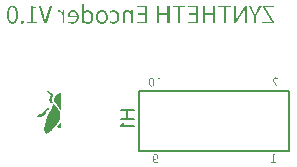
<source format=gbo>
G04 Layer: BottomSilkLayer*
G04 EasyEDA v6.4.19.5, 2021-05-31T22:29:23+02:00*
G04 854b63200669450aa1ca204ba71e84e5,563db0ff5b334ec4995e7372edb549dc,10*
G04 Gerber Generator version 0.2*
G04 Scale: 100 percent, Rotated: No, Reflected: No *
G04 Dimensions in millimeters *
G04 leading zeros omitted , absolute positions ,4 integer and 5 decimal *
%FSLAX45Y45*%
%MOMM*%

%ADD22C,0.1524*%
%ADD23C,0.2032*%

%LPD*%
G36*
X15042388Y-960018D02*
G01*
X15038781Y-960170D01*
X15035225Y-963218D01*
X15031974Y-967587D01*
X15032431Y-972007D01*
X15037307Y-977900D01*
X15053614Y-992174D01*
X15058644Y-996950D01*
X15061895Y-1000556D01*
X15062860Y-1002487D01*
X15048738Y-1043279D01*
X15050109Y-1048766D01*
X15053208Y-1055116D01*
X15058745Y-1062177D01*
X15064790Y-1067917D01*
X15069566Y-1070305D01*
X15072613Y-1068984D01*
X15075916Y-1065784D01*
X15078557Y-1061770D01*
X15079624Y-1058011D01*
X15079268Y-1056792D01*
X15076576Y-1053439D01*
X15074595Y-1051763D01*
X15070988Y-1048054D01*
X15069921Y-1043381D01*
X15071445Y-1035862D01*
X15079675Y-1011783D01*
X15080843Y-1006906D01*
X15081402Y-1002537D01*
X15081300Y-998626D01*
X15080488Y-994968D01*
X15078913Y-991463D01*
X15076525Y-987907D01*
X15073274Y-984250D01*
X15069159Y-980338D01*
X15057983Y-971042D01*
X15048128Y-963421D01*
G37*
G36*
X15150338Y-983234D02*
G01*
X15142768Y-984554D01*
X15136266Y-985977D01*
X15130119Y-988009D01*
X15124226Y-990549D01*
X15118689Y-993597D01*
X15113558Y-997153D01*
X15108783Y-1001217D01*
X15104414Y-1005738D01*
X15100503Y-1010716D01*
X15097048Y-1016050D01*
X15094102Y-1021791D01*
X15091613Y-1027937D01*
X15089682Y-1034440D01*
X15087346Y-1043584D01*
X15091410Y-1050747D01*
X15096896Y-1058672D01*
X15115184Y-1083564D01*
X15135301Y-1110183D01*
X15143124Y-1120190D01*
X15147950Y-1125982D01*
X15148864Y-1126744D01*
X15149220Y-1124204D01*
X15149626Y-1116990D01*
X15150134Y-1091184D01*
G37*
G36*
X15089073Y-1076858D02*
G01*
X15087904Y-1077722D01*
X15086279Y-1079652D01*
X15081859Y-1086307D01*
X15076220Y-1096264D01*
X15069718Y-1108710D01*
X15062606Y-1123035D01*
X15055240Y-1138580D01*
X15047976Y-1154582D01*
X15041067Y-1170482D01*
X15034971Y-1185468D01*
X15029891Y-1198981D01*
X15024912Y-1213561D01*
X15020798Y-1226769D01*
X15017445Y-1238910D01*
X15014752Y-1250391D01*
X15012619Y-1261465D01*
X15008860Y-1290015D01*
X15012771Y-1317752D01*
X15018054Y-1322324D01*
X15022423Y-1325575D01*
X15026538Y-1326337D01*
X15032126Y-1324305D01*
X15041168Y-1319276D01*
X15047976Y-1314754D01*
X15055697Y-1308709D01*
X15064181Y-1301292D01*
X15073172Y-1292860D01*
X15082469Y-1283563D01*
X15091816Y-1273657D01*
X15101011Y-1263396D01*
X15109850Y-1253032D01*
X15118080Y-1242771D01*
X15125547Y-1232865D01*
X15131948Y-1223568D01*
X15137079Y-1215085D01*
X15144292Y-1202232D01*
X15144292Y-1147064D01*
X15112542Y-1104442D01*
X15102738Y-1091895D01*
X15094966Y-1082497D01*
X15092121Y-1079347D01*
X15090089Y-1077417D01*
G37*
G36*
X15042388Y-1109929D02*
G01*
X15036038Y-1110996D01*
X15029434Y-1112977D01*
X15024150Y-1115517D01*
X15021458Y-1118209D01*
X15017902Y-1123086D01*
X15013940Y-1129487D01*
X15010028Y-1136802D01*
X15000986Y-1154785D01*
X14957856Y-1171194D01*
X14953843Y-1173276D01*
X14951405Y-1176070D01*
X14950541Y-1179677D01*
X14951151Y-1184300D01*
X14952218Y-1187094D01*
X14954046Y-1188923D01*
X14956942Y-1189685D01*
X14961209Y-1189329D01*
X14967254Y-1187805D01*
X14975382Y-1185011D01*
X14999258Y-1175461D01*
X15014803Y-1168958D01*
X15034209Y-1130757D01*
X15038781Y-1129588D01*
X15044013Y-1126032D01*
X15047772Y-1119886D01*
X15049093Y-1113790D01*
X15046858Y-1110183D01*
G37*
G36*
X15148560Y-1226921D02*
G01*
X15142413Y-1234694D01*
X15127478Y-1254810D01*
X15120010Y-1265377D01*
X15118638Y-1267612D01*
X15119502Y-1270660D01*
X15123820Y-1273708D01*
X15130627Y-1276197D01*
X15139111Y-1277772D01*
X15150338Y-1278940D01*
X15150236Y-1241247D01*
X15149830Y-1233119D01*
X15149271Y-1228140D01*
G37*
G36*
X15329154Y-231902D02*
G01*
X15329154Y-366776D01*
X15345663Y-366776D01*
X15345663Y-307340D01*
X15352877Y-301802D01*
X15359837Y-297992D01*
X15366644Y-295859D01*
X15373604Y-295148D01*
X15378226Y-295503D01*
X15382595Y-296621D01*
X15386710Y-298348D01*
X15390571Y-300786D01*
X15394127Y-303784D01*
X15397276Y-307390D01*
X15400070Y-311505D01*
X15402407Y-316128D01*
X15404338Y-321208D01*
X15405709Y-326694D01*
X15406573Y-332587D01*
X15406878Y-338836D01*
X15406624Y-345338D01*
X15405963Y-351383D01*
X15404795Y-356971D01*
X15403169Y-362051D01*
X15401137Y-366623D01*
X15398648Y-370636D01*
X15395752Y-374091D01*
X15392450Y-376986D01*
X15388793Y-379272D01*
X15384678Y-380898D01*
X15380207Y-381914D01*
X15375382Y-382270D01*
X15367609Y-381254D01*
X15360142Y-378307D01*
X15352877Y-373481D01*
X15345663Y-366776D01*
X15329154Y-366776D01*
X15329154Y-393700D01*
X15342869Y-393700D01*
X15344140Y-380492D01*
X15344901Y-380492D01*
X15348305Y-383641D01*
X15351963Y-386588D01*
X15355925Y-389280D01*
X15360091Y-391617D01*
X15364460Y-393547D01*
X15369032Y-394970D01*
X15373807Y-395935D01*
X15378684Y-396240D01*
X15383763Y-395986D01*
X15388590Y-395274D01*
X15393162Y-394106D01*
X15397480Y-392430D01*
X15401493Y-390347D01*
X15405252Y-387807D01*
X15408656Y-384810D01*
X15411805Y-381355D01*
X15414599Y-377494D01*
X15417088Y-373176D01*
X15419171Y-368452D01*
X15420949Y-363321D01*
X15422321Y-357835D01*
X15423337Y-351891D01*
X15423946Y-345541D01*
X15424150Y-338836D01*
X15423896Y-332384D01*
X15423134Y-326237D01*
X15421914Y-320395D01*
X15420238Y-314909D01*
X15418155Y-309829D01*
X15415666Y-305054D01*
X15412872Y-300736D01*
X15409722Y-296773D01*
X15406268Y-293217D01*
X15402560Y-290118D01*
X15398597Y-287426D01*
X15394482Y-285242D01*
X15390164Y-283464D01*
X15385694Y-282194D01*
X15381071Y-281432D01*
X15376398Y-281178D01*
X15367406Y-282041D01*
X15359481Y-284581D01*
X15352166Y-288696D01*
X15344901Y-294132D01*
X15345663Y-275082D01*
X15345663Y-231902D01*
G37*
G36*
X14738604Y-242316D02*
G01*
X14733524Y-242620D01*
X14728698Y-243484D01*
X14724126Y-244957D01*
X14719858Y-246989D01*
X14715845Y-249682D01*
X14712137Y-252933D01*
X14708733Y-256743D01*
X14705634Y-261213D01*
X14702840Y-266242D01*
X14700402Y-271932D01*
X14698319Y-278180D01*
X14696541Y-285089D01*
X14695169Y-292557D01*
X14694204Y-300685D01*
X14693595Y-309422D01*
X14693392Y-318770D01*
X14709394Y-318770D01*
X14709648Y-308406D01*
X14710359Y-299008D01*
X14711527Y-290626D01*
X14713153Y-283159D01*
X14715134Y-276606D01*
X14717522Y-270967D01*
X14720265Y-266293D01*
X14723363Y-262432D01*
X14726767Y-259537D01*
X14730425Y-257403D01*
X14734387Y-256184D01*
X14738604Y-255778D01*
X14742922Y-256184D01*
X14746986Y-257403D01*
X14750745Y-259537D01*
X14754199Y-262432D01*
X14757349Y-266293D01*
X14760143Y-270967D01*
X14762530Y-276606D01*
X14764562Y-283159D01*
X14766188Y-290626D01*
X14767356Y-299008D01*
X14768068Y-308406D01*
X14768322Y-318770D01*
X14768068Y-329336D01*
X14767356Y-338886D01*
X14766188Y-347472D01*
X14764562Y-355092D01*
X14762530Y-361746D01*
X14760143Y-367487D01*
X14757349Y-372262D01*
X14754199Y-376174D01*
X14750745Y-379222D01*
X14746986Y-381355D01*
X14742922Y-382625D01*
X14738604Y-383032D01*
X14734387Y-382625D01*
X14730425Y-381355D01*
X14726767Y-379222D01*
X14723363Y-376174D01*
X14720265Y-372262D01*
X14717522Y-367487D01*
X14715134Y-361746D01*
X14713153Y-355092D01*
X14711527Y-347472D01*
X14710359Y-338886D01*
X14709648Y-329336D01*
X14709394Y-318770D01*
X14693392Y-318770D01*
X14693595Y-328218D01*
X14694204Y-337058D01*
X14695169Y-345236D01*
X14696541Y-352856D01*
X14698319Y-359816D01*
X14700402Y-366166D01*
X14702840Y-371906D01*
X14705634Y-377037D01*
X14708733Y-381558D01*
X14712137Y-385470D01*
X14715845Y-388772D01*
X14719858Y-391464D01*
X14724126Y-393547D01*
X14728698Y-395071D01*
X14733524Y-395935D01*
X14738604Y-396240D01*
X14743785Y-395935D01*
X14748662Y-395071D01*
X14753285Y-393547D01*
X14757654Y-391464D01*
X14761718Y-388772D01*
X14765477Y-385470D01*
X14768931Y-381558D01*
X14772030Y-377037D01*
X14774824Y-371906D01*
X14777313Y-366166D01*
X14779396Y-359816D01*
X14781123Y-352856D01*
X14782546Y-345236D01*
X14783511Y-337058D01*
X14784120Y-328218D01*
X14784324Y-318770D01*
X14784120Y-309422D01*
X14783511Y-300685D01*
X14782546Y-292557D01*
X14781123Y-285089D01*
X14779396Y-278180D01*
X14777313Y-271932D01*
X14774824Y-266242D01*
X14772030Y-261213D01*
X14768931Y-256743D01*
X14765477Y-252933D01*
X14761718Y-249682D01*
X14757654Y-246989D01*
X14753285Y-244957D01*
X14748662Y-243484D01*
X14743785Y-242620D01*
G37*
G36*
X14893036Y-244856D02*
G01*
X14893036Y-379984D01*
X14862810Y-379984D01*
X14862810Y-393700D01*
X14942819Y-393700D01*
X14942819Y-379984D01*
X14909546Y-379984D01*
X14909546Y-265938D01*
X14935707Y-265938D01*
X14935707Y-255016D01*
X14926716Y-253238D01*
X14918842Y-251002D01*
X14911832Y-248208D01*
X14905736Y-244856D01*
G37*
G36*
X14961107Y-244856D02*
G01*
X15008860Y-393700D01*
X15028163Y-393700D01*
X15075916Y-244856D01*
X15058136Y-244856D01*
X15018512Y-376174D01*
X15017750Y-376174D01*
X15002763Y-327152D01*
X14978380Y-244856D01*
G37*
G36*
X15791688Y-244856D02*
G01*
X15791688Y-259079D01*
X15859506Y-259079D01*
X15859506Y-308102D01*
X15802356Y-308102D01*
X15802356Y-322326D01*
X15859506Y-322326D01*
X15859506Y-379476D01*
X15789401Y-379476D01*
X15789401Y-393700D01*
X15876524Y-393700D01*
X15876524Y-244856D01*
G37*
G36*
X15962884Y-244856D02*
G01*
X15962884Y-393700D01*
X15979901Y-393700D01*
X15979901Y-322580D01*
X16051530Y-322580D01*
X16051530Y-393700D01*
X16068548Y-393700D01*
X16068548Y-244856D01*
X16051530Y-244856D01*
X16051530Y-307848D01*
X15979901Y-307848D01*
X15979901Y-244856D01*
G37*
G36*
X16095472Y-244856D02*
G01*
X16095472Y-259079D01*
X16140938Y-259079D01*
X16140938Y-393700D01*
X16157956Y-393700D01*
X16157956Y-259079D01*
X16203422Y-259079D01*
X16203422Y-244856D01*
G37*
G36*
X16222980Y-244856D02*
G01*
X16222980Y-259079D01*
X16291051Y-259079D01*
X16291051Y-308102D01*
X16233901Y-308102D01*
X16233901Y-322326D01*
X16291051Y-322326D01*
X16291051Y-379476D01*
X16220948Y-379476D01*
X16220948Y-393700D01*
X16307816Y-393700D01*
X16307816Y-244856D01*
G37*
G36*
X16348963Y-244856D02*
G01*
X16348963Y-393700D01*
X16365982Y-393700D01*
X16365982Y-322580D01*
X16437610Y-322580D01*
X16437610Y-393700D01*
X16454628Y-393700D01*
X16454628Y-244856D01*
X16437610Y-244856D01*
X16437610Y-307848D01*
X16365982Y-307848D01*
X16365982Y-244856D01*
G37*
G36*
X16481551Y-244856D02*
G01*
X16481551Y-259079D01*
X16527018Y-259079D01*
X16527018Y-393700D01*
X16544036Y-393700D01*
X16544036Y-259079D01*
X16589501Y-259079D01*
X16589501Y-244856D01*
G37*
G36*
X16616680Y-244856D02*
G01*
X16616680Y-393700D01*
X16634206Y-393700D01*
X16690086Y-297434D01*
X16706342Y-266954D01*
X16707357Y-266954D01*
X16706037Y-289255D01*
X16705376Y-306374D01*
X16705326Y-393700D01*
X16721074Y-393700D01*
X16721074Y-244856D01*
X16703801Y-244856D01*
X16647668Y-341376D01*
X16631412Y-371856D01*
X16630396Y-371856D01*
X16631919Y-348691D01*
X16632478Y-336956D01*
X16632682Y-325374D01*
X16632682Y-244856D01*
G37*
G36*
X16742156Y-244856D02*
G01*
X16786860Y-335280D01*
X16786860Y-393700D01*
X16803370Y-393700D01*
X16803370Y-335280D01*
X16848074Y-244856D01*
X16830294Y-244856D01*
X16795242Y-320548D01*
X16794480Y-320548D01*
X16786707Y-304190D01*
X16779494Y-288036D01*
X16759428Y-244856D01*
G37*
G36*
X16855948Y-244856D02*
G01*
X16855948Y-255016D01*
X16935958Y-379476D01*
X16854932Y-379476D01*
X16854932Y-393700D01*
X16956786Y-393700D01*
X16956786Y-383794D01*
X16876522Y-259079D01*
X16949420Y-259079D01*
X16949420Y-244856D01*
G37*
G36*
X15132557Y-281178D02*
G01*
X15129256Y-281279D01*
X15126309Y-281635D01*
X15123617Y-282346D01*
X15120874Y-283464D01*
X15124176Y-297942D01*
X15129103Y-296570D01*
X15134590Y-296164D01*
X15138196Y-296519D01*
X15141905Y-297535D01*
X15145613Y-299313D01*
X15149372Y-301955D01*
X15152979Y-305511D01*
X15156484Y-309981D01*
X15159786Y-315468D01*
X15162784Y-322072D01*
X15162784Y-393700D01*
X15179294Y-393700D01*
X15179294Y-283972D01*
X15165832Y-283972D01*
X15164307Y-304038D01*
X15163546Y-304038D01*
X15160599Y-299110D01*
X15157348Y-294690D01*
X15153792Y-290779D01*
X15149931Y-287477D01*
X15145867Y-284784D01*
X15141600Y-282803D01*
X15137180Y-281584D01*
G37*
G36*
X15250413Y-281178D02*
G01*
X15243810Y-281584D01*
X15237663Y-282752D01*
X15232075Y-284734D01*
X15226944Y-287426D01*
X15222423Y-290830D01*
X15218410Y-294944D01*
X15215006Y-299669D01*
X15212161Y-305054D01*
X15209926Y-311099D01*
X15208300Y-317652D01*
X15207335Y-324815D01*
X15207085Y-330200D01*
X15221712Y-330200D01*
X15222219Y-321970D01*
X15223642Y-314807D01*
X15226030Y-308660D01*
X15229281Y-303631D01*
X15233345Y-299720D01*
X15238222Y-296926D01*
X15243810Y-295198D01*
X15250160Y-294640D01*
X15256154Y-295249D01*
X15261844Y-297027D01*
X15267127Y-299974D01*
X15271902Y-304038D01*
X15276017Y-309118D01*
X15279319Y-315214D01*
X15281757Y-322275D01*
X15283180Y-330200D01*
X15207085Y-330200D01*
X15207030Y-335280D01*
X15207538Y-340309D01*
X15207996Y-342392D01*
X15282926Y-342392D01*
X15282367Y-348335D01*
X15281300Y-353872D01*
X15279674Y-359054D01*
X15277592Y-363778D01*
X15275001Y-368046D01*
X15271953Y-371856D01*
X15268448Y-375158D01*
X15264587Y-377901D01*
X15260269Y-380136D01*
X15255646Y-381711D01*
X15250668Y-382676D01*
X15245334Y-383032D01*
X15237510Y-382422D01*
X15230297Y-380695D01*
X15223642Y-377901D01*
X15217394Y-374142D01*
X15211298Y-385064D01*
X15218867Y-389382D01*
X15222931Y-391261D01*
X15227249Y-392938D01*
X15231821Y-394309D01*
X15236647Y-395376D01*
X15241828Y-395986D01*
X15247366Y-396240D01*
X15252700Y-395986D01*
X15257830Y-395274D01*
X15262809Y-394055D01*
X15267635Y-392328D01*
X15272156Y-390194D01*
X15276474Y-387604D01*
X15280487Y-384556D01*
X15284145Y-381050D01*
X15287548Y-377139D01*
X15290546Y-372872D01*
X15293136Y-368147D01*
X15295321Y-363016D01*
X15297099Y-357530D01*
X15298369Y-351637D01*
X15299182Y-345440D01*
X15299436Y-338836D01*
X15299182Y-332333D01*
X15298369Y-326136D01*
X15297048Y-320294D01*
X15295321Y-314807D01*
X15293136Y-309727D01*
X15290546Y-304952D01*
X15287599Y-300634D01*
X15284348Y-296672D01*
X15280792Y-293166D01*
X15276982Y-290068D01*
X15272918Y-287375D01*
X15268701Y-285191D01*
X15264282Y-283464D01*
X15259761Y-282194D01*
X15255087Y-281432D01*
G37*
G36*
X15496286Y-281178D02*
G01*
X15491256Y-281432D01*
X15486380Y-282143D01*
X15481604Y-283362D01*
X15477032Y-285038D01*
X15472613Y-287172D01*
X15468447Y-289763D01*
X15464536Y-292811D01*
X15460929Y-296265D01*
X15457627Y-300177D01*
X15454630Y-304495D01*
X15452039Y-309270D01*
X15449854Y-314401D01*
X15448076Y-319938D01*
X15446806Y-325882D01*
X15445994Y-332181D01*
X15445740Y-338836D01*
X15462757Y-338836D01*
X15463062Y-332536D01*
X15463875Y-326593D01*
X15465196Y-321056D01*
X15467025Y-315976D01*
X15469362Y-311404D01*
X15472105Y-307289D01*
X15475254Y-303733D01*
X15478810Y-300736D01*
X15482671Y-298348D01*
X15486938Y-296570D01*
X15491460Y-295503D01*
X15496286Y-295148D01*
X15501061Y-295503D01*
X15505531Y-296570D01*
X15509748Y-298348D01*
X15513608Y-300736D01*
X15517113Y-303733D01*
X15520263Y-307289D01*
X15523006Y-311404D01*
X15525292Y-315976D01*
X15527121Y-321056D01*
X15528442Y-326593D01*
X15529255Y-332536D01*
X15529560Y-338836D01*
X15529255Y-345186D01*
X15528442Y-351180D01*
X15527121Y-356717D01*
X15525292Y-361797D01*
X15523006Y-366420D01*
X15520263Y-370484D01*
X15517113Y-374040D01*
X15513608Y-376986D01*
X15509748Y-379374D01*
X15505531Y-381101D01*
X15501061Y-382168D01*
X15496286Y-382524D01*
X15491460Y-382168D01*
X15486938Y-381101D01*
X15482671Y-379374D01*
X15478810Y-376986D01*
X15475254Y-374040D01*
X15472105Y-370484D01*
X15469362Y-366420D01*
X15467025Y-361797D01*
X15465196Y-356717D01*
X15463875Y-351180D01*
X15463062Y-345186D01*
X15462757Y-338836D01*
X15445740Y-338836D01*
X15445994Y-345490D01*
X15446806Y-351739D01*
X15448076Y-357632D01*
X15449854Y-363118D01*
X15452039Y-368249D01*
X15454630Y-372973D01*
X15457627Y-377291D01*
X15460929Y-381152D01*
X15464536Y-384606D01*
X15468447Y-387654D01*
X15472613Y-390245D01*
X15477032Y-392379D01*
X15481604Y-394055D01*
X15486380Y-395274D01*
X15491256Y-395986D01*
X15496286Y-396240D01*
X15501264Y-395986D01*
X15506090Y-395274D01*
X15510814Y-394055D01*
X15515386Y-392379D01*
X15519755Y-390245D01*
X15523921Y-387654D01*
X15527832Y-384606D01*
X15531439Y-381152D01*
X15534741Y-377291D01*
X15537688Y-372973D01*
X15540278Y-368249D01*
X15542463Y-363118D01*
X15544241Y-357632D01*
X15545511Y-351739D01*
X15546324Y-345490D01*
X15546578Y-338836D01*
X15546324Y-332181D01*
X15545511Y-325882D01*
X15544241Y-319938D01*
X15542463Y-314401D01*
X15540278Y-309270D01*
X15537688Y-304495D01*
X15534741Y-300177D01*
X15531439Y-296316D01*
X15527832Y-292811D01*
X15523921Y-289763D01*
X15519755Y-287172D01*
X15515386Y-285038D01*
X15510814Y-283362D01*
X15506090Y-282143D01*
X15501264Y-281432D01*
G37*
G36*
X15592551Y-281178D02*
G01*
X15582493Y-282244D01*
X15573959Y-285140D01*
X15566745Y-289306D01*
X15560548Y-294386D01*
X15569184Y-305054D01*
X15574263Y-301040D01*
X15579648Y-297891D01*
X15585541Y-295859D01*
X15592044Y-295148D01*
X15597022Y-295503D01*
X15601746Y-296570D01*
X15606166Y-298348D01*
X15610281Y-300736D01*
X15614040Y-303733D01*
X15617444Y-307289D01*
X15620390Y-311404D01*
X15622879Y-315976D01*
X15624911Y-321056D01*
X15626384Y-326593D01*
X15627299Y-332536D01*
X15627604Y-338836D01*
X15627299Y-345186D01*
X15626435Y-351180D01*
X15625063Y-356717D01*
X15623133Y-361797D01*
X15620746Y-366420D01*
X15617850Y-370484D01*
X15614548Y-374040D01*
X15610840Y-376986D01*
X15606725Y-379374D01*
X15602254Y-381101D01*
X15597428Y-382168D01*
X15592298Y-382524D01*
X15584728Y-381609D01*
X15577718Y-379222D01*
X15571317Y-375666D01*
X15565628Y-371348D01*
X15558516Y-382270D01*
X15562275Y-385419D01*
X15566186Y-388213D01*
X15570403Y-390601D01*
X15574721Y-392582D01*
X15579293Y-394157D01*
X15583966Y-395325D01*
X15588843Y-395986D01*
X15593822Y-396240D01*
X15599105Y-395986D01*
X15604236Y-395274D01*
X15609214Y-394055D01*
X15613888Y-392379D01*
X15618358Y-390245D01*
X15622574Y-387654D01*
X15626486Y-384606D01*
X15630093Y-381152D01*
X15633395Y-377291D01*
X15636290Y-372973D01*
X15638830Y-368249D01*
X15640913Y-363118D01*
X15642640Y-357632D01*
X15643860Y-351739D01*
X15644622Y-345490D01*
X15644876Y-338836D01*
X15644571Y-332181D01*
X15643758Y-325882D01*
X15642437Y-319938D01*
X15640608Y-314401D01*
X15638373Y-309270D01*
X15635681Y-304495D01*
X15632633Y-300177D01*
X15629178Y-296316D01*
X15625419Y-292811D01*
X15621406Y-289763D01*
X15617088Y-287172D01*
X15612516Y-285038D01*
X15607741Y-283362D01*
X15602813Y-282143D01*
X15597733Y-281432D01*
G37*
G36*
X15706598Y-281178D02*
G01*
X15701060Y-281482D01*
X15696082Y-282397D01*
X15691612Y-283921D01*
X15687649Y-286054D01*
X15684144Y-288747D01*
X15681147Y-292049D01*
X15678657Y-295960D01*
X15676626Y-300431D01*
X15675051Y-305511D01*
X15673933Y-311150D01*
X15673273Y-317347D01*
X15673069Y-324104D01*
X15673069Y-393700D01*
X15689580Y-393700D01*
X15689580Y-326136D01*
X15689884Y-318719D01*
X15690850Y-312369D01*
X15692475Y-307136D01*
X15694761Y-302869D01*
X15697809Y-299669D01*
X15701568Y-297434D01*
X15706090Y-296113D01*
X15711424Y-295656D01*
X15715640Y-295960D01*
X15719602Y-296773D01*
X15723412Y-298196D01*
X15727121Y-300177D01*
X15730829Y-302666D01*
X15734588Y-305714D01*
X15742666Y-313436D01*
X15742666Y-393700D01*
X15759176Y-393700D01*
X15759176Y-283972D01*
X15745713Y-283972D01*
X15744190Y-299974D01*
X15743428Y-299974D01*
X15739465Y-296164D01*
X15735401Y-292658D01*
X15731134Y-289458D01*
X15726714Y-286664D01*
X15722092Y-284378D01*
X15717215Y-282651D01*
X15712033Y-281533D01*
G37*
G36*
X14822169Y-369824D02*
G01*
X14817344Y-370789D01*
X14813381Y-373532D01*
X14810689Y-377748D01*
X14809724Y-383286D01*
X14810689Y-388620D01*
X14813381Y-392734D01*
X14817344Y-395325D01*
X14822169Y-396240D01*
X14826996Y-395325D01*
X14830958Y-392734D01*
X14833650Y-388620D01*
X14834616Y-383286D01*
X14833650Y-377748D01*
X14830958Y-373481D01*
X14826996Y-370789D01*
G37*
G36*
X16945864Y-1500378D02*
G01*
X16945864Y-1567942D01*
X16930878Y-1567942D01*
X16930878Y-1574800D01*
X16970756Y-1574800D01*
X16970756Y-1567942D01*
X16954246Y-1567942D01*
X16954246Y-1510792D01*
X16967200Y-1510792D01*
X16967200Y-1505458D01*
X16962729Y-1504543D01*
X16958767Y-1503375D01*
X16955262Y-1502003D01*
X16952214Y-1500378D01*
G37*
G36*
X15951200Y-1499108D02*
G01*
X15945967Y-1499666D01*
X15941192Y-1501292D01*
X15936976Y-1504035D01*
X15933318Y-1507896D01*
X15930372Y-1512824D01*
X15928136Y-1518818D01*
X15926765Y-1525930D01*
X15926533Y-1530096D01*
X15934436Y-1530096D01*
X15935960Y-1519631D01*
X15939312Y-1512011D01*
X15944392Y-1507286D01*
X15951200Y-1505712D01*
X15956330Y-1506982D01*
X15960445Y-1510538D01*
X15963188Y-1515973D01*
X15964154Y-1522984D01*
X15963290Y-1530096D01*
X15960750Y-1535531D01*
X15956432Y-1539036D01*
X15950438Y-1540256D01*
X15946374Y-1539646D01*
X15942259Y-1537868D01*
X15938246Y-1534668D01*
X15934436Y-1530096D01*
X15926533Y-1530096D01*
X15926307Y-1534160D01*
X15926866Y-1544726D01*
X15928543Y-1553565D01*
X15931134Y-1560830D01*
X15934537Y-1566570D01*
X15938550Y-1570837D01*
X15943122Y-1573784D01*
X15948050Y-1575511D01*
X15953232Y-1576070D01*
X15958566Y-1575511D01*
X15963188Y-1573987D01*
X15967151Y-1571701D01*
X15970504Y-1568704D01*
X15965932Y-1563370D01*
X15963392Y-1565910D01*
X15960344Y-1567738D01*
X15956940Y-1568856D01*
X15953232Y-1569212D01*
X15949676Y-1568805D01*
X15946272Y-1567586D01*
X15943173Y-1565351D01*
X15940379Y-1562150D01*
X15937992Y-1557782D01*
X15936112Y-1552194D01*
X15934842Y-1545285D01*
X15934182Y-1536954D01*
X15938042Y-1540865D01*
X15942259Y-1543862D01*
X15946882Y-1545691D01*
X15951707Y-1546352D01*
X15956178Y-1545996D01*
X15960140Y-1544878D01*
X15963595Y-1543050D01*
X15966541Y-1540459D01*
X15968878Y-1537208D01*
X15970605Y-1533194D01*
X15971672Y-1528419D01*
X15972028Y-1522984D01*
X15971570Y-1517853D01*
X15970351Y-1513230D01*
X15968370Y-1509166D01*
X15965779Y-1505712D01*
X15962680Y-1502918D01*
X15959175Y-1500835D01*
X15955314Y-1499565D01*
G37*
G36*
X16966946Y-851408D02*
G01*
X16962221Y-851814D01*
X16958056Y-852982D01*
X16954398Y-854862D01*
X16951299Y-857351D01*
X16948861Y-860552D01*
X16947083Y-864260D01*
X16945965Y-868527D01*
X16945610Y-873252D01*
X16946168Y-878890D01*
X16947743Y-884580D01*
X16950283Y-890320D01*
X16953738Y-896112D01*
X16958056Y-902004D01*
X16963186Y-908050D01*
X16969028Y-914196D01*
X16975582Y-920496D01*
X16963390Y-919987D01*
X16942054Y-919987D01*
X16942054Y-927100D01*
X16988028Y-927100D01*
X16988028Y-922019D01*
X16979696Y-914552D01*
X16972584Y-907592D01*
X16966692Y-901039D01*
X16961916Y-894892D01*
X16958310Y-889101D01*
X16955719Y-883666D01*
X16954246Y-878484D01*
X16953738Y-873506D01*
X16954550Y-867359D01*
X16957090Y-862431D01*
X16961459Y-859180D01*
X16967708Y-858012D01*
X16972280Y-858723D01*
X16976445Y-860653D01*
X16980306Y-863498D01*
X16983710Y-866902D01*
X16988536Y-862330D01*
X16983862Y-857859D01*
X16978884Y-854405D01*
X16973296Y-852169D01*
G37*
G36*
X15917113Y-851408D02*
G01*
X15912134Y-852017D01*
X15907715Y-853744D01*
X15903803Y-856691D01*
X15900603Y-860856D01*
X15897961Y-866190D01*
X15896082Y-872744D01*
X15894913Y-880516D01*
X15894507Y-889508D01*
X15902381Y-889508D01*
X15902635Y-881938D01*
X15903448Y-875487D01*
X15904718Y-870051D01*
X15906445Y-865682D01*
X15908528Y-862279D01*
X15911068Y-859891D01*
X15913912Y-858469D01*
X15917113Y-858012D01*
X15920313Y-858469D01*
X15923158Y-859891D01*
X15925698Y-862279D01*
X15927832Y-865682D01*
X15929559Y-870051D01*
X15930778Y-875487D01*
X15931591Y-881938D01*
X15931845Y-889508D01*
X15931591Y-897331D01*
X15930778Y-903986D01*
X15929559Y-909523D01*
X15927832Y-914044D01*
X15925698Y-917448D01*
X15923158Y-919886D01*
X15920313Y-921308D01*
X15917113Y-921766D01*
X15913912Y-921308D01*
X15911068Y-919886D01*
X15908528Y-917448D01*
X15906445Y-914044D01*
X15904718Y-909523D01*
X15903448Y-903986D01*
X15902635Y-897331D01*
X15902381Y-889508D01*
X15894507Y-889508D01*
X15894913Y-898702D01*
X15896082Y-906627D01*
X15897961Y-913282D01*
X15900603Y-918768D01*
X15903803Y-922985D01*
X15907715Y-925982D01*
X15912134Y-927760D01*
X15917113Y-928369D01*
X15922091Y-927760D01*
X15926562Y-925982D01*
X15930473Y-922985D01*
X15933775Y-918768D01*
X15936417Y-913282D01*
X15938398Y-906627D01*
X15939566Y-898702D01*
X15939973Y-889508D01*
X15939566Y-880516D01*
X15938398Y-872744D01*
X15936417Y-866190D01*
X15933775Y-860856D01*
X15930473Y-856691D01*
X15926562Y-853744D01*
X15922091Y-852017D01*
G37*
G36*
X15966897Y-852678D02*
G01*
X15966897Y-920242D01*
X15951657Y-920242D01*
X15951657Y-927100D01*
X15991789Y-927100D01*
X15991789Y-920242D01*
X15975025Y-920242D01*
X15975025Y-863092D01*
X15988233Y-863092D01*
X15988233Y-857758D01*
X15983762Y-856843D01*
X15979800Y-855675D01*
X15976295Y-854303D01*
X15973247Y-852678D01*
G37*
D22*
X15658084Y-1130300D02*
G01*
X15767050Y-1130300D01*
X15658084Y-1202944D02*
G01*
X15767050Y-1202944D01*
X15709900Y-1130300D02*
G01*
X15709900Y-1202944D01*
X15678911Y-1237234D02*
G01*
X15673577Y-1247647D01*
X15658084Y-1263395D01*
X15767050Y-1263395D01*
D23*
X17081500Y-965200D02*
G01*
X15811500Y-965200D01*
X15811500Y-1473200D01*
X17081500Y-1473200D01*
X17081500Y-965200D01*
M02*

</source>
